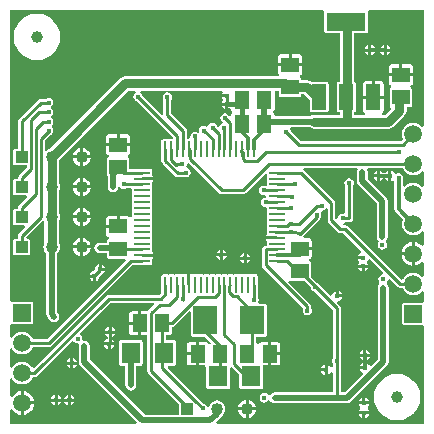
<source format=gbl>
G04 Layer_Physical_Order=2*
G04 Layer_Color=16711680*
%FSLAX24Y24*%
%MOIN*%
G70*
G01*
G75*
%ADD11R,0.0512X0.0591*%
%ADD12R,0.0591X0.0512*%
%ADD19R,0.0591X0.0591*%
%ADD20C,0.0098*%
%ADD21C,0.0197*%
%ADD22C,0.0118*%
%ADD23C,0.0591*%
%ADD24R,0.0400X0.0400*%
%ADD25C,0.0400*%
%ADD26R,0.0400X0.0400*%
%ADD27C,0.0394*%
%ADD28C,0.0150*%
%ADD29R,0.1299X0.0630*%
%ADD30R,0.0472X0.0866*%
%ADD31R,0.0787X0.0945*%
%ADD32R,0.0630X0.0709*%
%ADD33R,0.0531X0.0114*%
%ADD34R,0.0114X0.0531*%
%ADD35C,0.0315*%
%ADD36C,0.0157*%
G36*
X5002Y4169D02*
X4799Y3966D01*
X4780Y3939D01*
X4774Y3941D01*
X4568D01*
Y3543D01*
Y3146D01*
X4760D01*
Y1959D01*
X4770Y1909D01*
X4799Y1866D01*
X5806Y859D01*
Y501D01*
X4676D01*
X2838Y2339D01*
Y2781D01*
X2824Y2850D01*
X2785Y2908D01*
X2727Y2947D01*
X2657Y2961D01*
X2640Y2958D01*
X2589Y3009D01*
X2593Y3027D01*
X2581Y3087D01*
X2547Y3137D01*
X2531Y3148D01*
X2522Y3223D01*
X3524Y4225D01*
X4979D01*
X5002Y4169D01*
D02*
G37*
G36*
X13976Y10120D02*
X13916Y10100D01*
X13899Y10123D01*
X13821Y10183D01*
X13730Y10221D01*
X13632Y10234D01*
X13534Y10221D01*
X13443Y10183D01*
X13365Y10123D01*
X13305Y10045D01*
X13268Y9954D01*
X13255Y9856D01*
X13268Y9759D01*
X13292Y9700D01*
X13220Y9628D01*
X9872D01*
X9549Y9951D01*
X9544Y9976D01*
X9515Y10020D01*
X9523Y10051D01*
X9539Y10080D01*
X10180D01*
X10242Y10038D01*
X10335Y10020D01*
X12795D01*
X12887Y10038D01*
X12966Y10091D01*
X13335Y10460D01*
X13387Y10538D01*
X13405Y10630D01*
Y10737D01*
X13509D01*
X13540Y10743D01*
X13566Y10760D01*
X13583Y10786D01*
X13589Y10817D01*
Y11329D01*
X13583Y11359D01*
X13566Y11386D01*
X13540Y11403D01*
X13527Y11405D01*
X13527Y11467D01*
X13548Y11471D01*
X13581Y11493D01*
X13603Y11526D01*
X13611Y11565D01*
Y11771D01*
X13214D01*
Y11821D01*
D01*
Y11771D01*
X12816D01*
Y11565D01*
X12824Y11526D01*
X12846Y11493D01*
X12879Y11471D01*
X12900Y11467D01*
X12900Y11405D01*
X12888Y11403D01*
X12862Y11386D01*
X12844Y11359D01*
X12838Y11329D01*
Y10817D01*
X12844Y10786D01*
X12862Y10760D01*
X12866Y10757D01*
X12880Y10696D01*
X12877Y10684D01*
X12696Y10502D01*
X12593D01*
X12586Y10521D01*
X12583Y10562D01*
X12607Y10578D01*
X12629Y10611D01*
X12636Y10650D01*
Y11033D01*
X12298D01*
X11960D01*
Y10650D01*
X11968Y10611D01*
X11990Y10578D01*
X12014Y10562D01*
X12011Y10521D01*
X12004Y10502D01*
X11658D01*
Y10575D01*
X11660Y10575D01*
X11686Y10593D01*
X11703Y10619D01*
X11709Y10650D01*
Y11516D01*
X11703Y11547D01*
X11686Y11573D01*
X11660Y11590D01*
X11658Y11590D01*
Y13207D01*
X12042D01*
X12073Y13213D01*
X12099Y13231D01*
X12116Y13257D01*
X12123Y13287D01*
Y13917D01*
X12162Y13973D01*
X12167Y13976D01*
X13976D01*
Y10120D01*
D02*
G37*
G36*
X2315Y2931D02*
X2325Y2916D01*
X2376Y2882D01*
X2436Y2870D01*
X2438Y2870D01*
X2484Y2818D01*
X2477Y2781D01*
Y2264D01*
X2491Y2195D01*
X2530Y2136D01*
X4414Y252D01*
X4391Y197D01*
X197D01*
Y653D01*
X257Y671D01*
X309Y604D01*
X391Y541D01*
X487Y501D01*
X541Y494D01*
Y886D01*
Y1278D01*
X487Y1271D01*
X391Y1231D01*
X309Y1168D01*
X257Y1100D01*
X197Y1119D01*
Y1702D01*
X257Y1714D01*
X264Y1697D01*
X324Y1619D01*
X402Y1559D01*
X493Y1521D01*
X591Y1509D01*
X688Y1521D01*
X779Y1559D01*
X857Y1619D01*
X917Y1697D01*
X941Y1755D01*
X1000D01*
X1050Y1765D01*
X1092Y1794D01*
X2240Y2941D01*
X2315Y2931D01*
D02*
G37*
G36*
X10770Y7354D02*
Y6974D01*
X10780Y6924D01*
X10808Y6881D01*
X11101Y6589D01*
X11143Y6560D01*
X11193Y6550D01*
X11302D01*
X11896Y5956D01*
X11878Y5890D01*
X11832Y5859D01*
X11794Y5802D01*
X11790Y5783D01*
X11959D01*
Y5683D01*
X11790D01*
X11794Y5665D01*
X11832Y5607D01*
Y5564D01*
X11794Y5506D01*
X11790Y5488D01*
X12127D01*
X12124Y5506D01*
X12085Y5564D01*
Y5607D01*
X12115Y5652D01*
X12181Y5671D01*
X12618Y5234D01*
X12596Y5171D01*
X12563Y5165D01*
X12512Y5131D01*
X12478Y5080D01*
X12466Y5020D01*
X12478Y4960D01*
X12500Y4927D01*
X12496Y4853D01*
X12495Y4852D01*
X12456Y4794D01*
X12442Y4724D01*
Y2411D01*
Y2339D01*
X12231Y2127D01*
X12165Y2146D01*
X12134Y2193D01*
X12076Y2232D01*
X12058Y2235D01*
Y2067D01*
X12008D01*
Y2017D01*
X11839D01*
X11843Y1999D01*
X11882Y1941D01*
X11928Y1910D01*
X11948Y1844D01*
X11343Y1239D01*
X11203D01*
Y2207D01*
X11218Y2228D01*
X11230Y2288D01*
X11218Y2348D01*
X11203Y2370D01*
Y4055D01*
X11193Y4105D01*
X11165Y4147D01*
X11094Y4218D01*
X11095Y4224D01*
X11118Y4279D01*
X11166Y4289D01*
X11224Y4328D01*
X11262Y4385D01*
X11266Y4404D01*
X11097D01*
Y4454D01*
X11047D01*
Y4622D01*
X11029Y4619D01*
X10971Y4580D01*
X10933Y4522D01*
X10923Y4474D01*
X10868Y4451D01*
X10862Y4451D01*
X10504Y4808D01*
X10504Y4809D01*
X10470Y4860D01*
X10419Y4894D01*
X10418Y4894D01*
X10218Y5094D01*
Y5541D01*
X10212Y5572D01*
X10195Y5598D01*
X10169Y5616D01*
X10156Y5618D01*
X10156Y5679D01*
X10177Y5683D01*
X10210Y5705D01*
X10232Y5739D01*
X10240Y5778D01*
Y5983D01*
X9843D01*
Y6083D01*
X10240D01*
Y6289D01*
X10232Y6328D01*
X10210Y6361D01*
X10177Y6384D01*
X10138Y6391D01*
X9983D01*
X9975Y6403D01*
X9961Y6451D01*
X10501Y6991D01*
X10529Y7034D01*
X10538Y7077D01*
X10553Y7100D01*
X10565Y7160D01*
X10553Y7220D01*
X10536Y7247D01*
X10572Y7301D01*
X10581Y7299D01*
X10641Y7311D01*
X10692Y7345D01*
X10710Y7373D01*
X10770Y7354D01*
D02*
G37*
G36*
X10623Y13973D02*
X10663Y13917D01*
Y13287D01*
X10669Y13257D01*
X10686Y13231D01*
X10712Y13213D01*
X10743Y13207D01*
X11176D01*
Y11596D01*
X11157D01*
X11126Y11590D01*
X11100Y11573D01*
X11082Y11547D01*
X11076Y11516D01*
Y10650D01*
X11082Y10619D01*
X11100Y10593D01*
X11126Y10575D01*
X11157Y10569D01*
X11176D01*
Y10502D01*
X10335D01*
X10242Y10483D01*
X10180Y10441D01*
X9003D01*
Y10482D01*
X8996Y10513D01*
X8979Y10539D01*
X8967Y10547D01*
X8962Y10566D01*
Y10596D01*
X8967Y10614D01*
X8979Y10622D01*
X8996Y10648D01*
X9003Y10679D01*
Y11270D01*
X9027Y11300D01*
X9147D01*
Y11157D01*
X9153Y11126D01*
X9171Y11100D01*
X9197Y11082D01*
X9227Y11076D01*
X9818D01*
X9849Y11082D01*
X9875Y11100D01*
X9892Y11126D01*
X9898Y11157D01*
Y11172D01*
X9989D01*
X10171Y10990D01*
Y10650D01*
X10177Y10619D01*
X10194Y10593D01*
X10220Y10575D01*
X10251Y10569D01*
X10723D01*
X10754Y10575D01*
X10780Y10593D01*
X10798Y10619D01*
X10804Y10650D01*
Y11516D01*
X10798Y11547D01*
X10780Y11573D01*
X10754Y11590D01*
X10723Y11596D01*
X10251D01*
X10242Y11594D01*
X10181Y11635D01*
X10089Y11653D01*
X9898D01*
Y11668D01*
X9892Y11699D01*
X9875Y11725D01*
X9849Y11742D01*
X9836Y11745D01*
X9836Y11806D01*
X9857Y11810D01*
X9890Y11832D01*
X9912Y11866D01*
X9920Y11905D01*
Y12110D01*
X9523D01*
X9125D01*
Y11905D01*
X9133Y11866D01*
X9149Y11841D01*
X9139Y11807D01*
X9124Y11781D01*
X4029D01*
X3936Y11763D01*
X3858Y11711D01*
X1506Y9359D01*
X1502Y9358D01*
X1434Y9330D01*
X1396Y9301D01*
X1336Y9327D01*
Y9641D01*
X1511Y9816D01*
X1536Y9821D01*
X1587Y9855D01*
X1621Y9906D01*
X1633Y9966D01*
X1621Y10026D01*
X1587Y10076D01*
X1586Y10077D01*
Y10149D01*
X1587Y10150D01*
X1621Y10201D01*
X1633Y10261D01*
X1621Y10321D01*
X1587Y10372D01*
X1567Y10385D01*
Y10456D01*
X1587Y10470D01*
X1621Y10521D01*
X1633Y10581D01*
X1621Y10641D01*
X1587Y10692D01*
X1567Y10705D01*
Y10776D01*
X1587Y10790D01*
X1621Y10841D01*
X1633Y10901D01*
X1621Y10961D01*
X1587Y11011D01*
X1536Y11045D01*
X1476Y11057D01*
X1416Y11045D01*
X1395Y11031D01*
X1206D01*
X1156Y11021D01*
X1113Y10993D01*
X483Y10362D01*
X454Y10320D01*
X444Y10270D01*
Y9367D01*
X375D01*
X344Y9361D01*
X318Y9343D01*
X301Y9317D01*
X295Y9287D01*
Y8887D01*
X301Y8856D01*
X318Y8830D01*
X344Y8812D01*
X375Y8806D01*
X758D01*
Y8743D01*
X483Y8467D01*
X454Y8425D01*
X444Y8375D01*
Y8367D01*
X375D01*
X344Y8361D01*
X318Y8343D01*
X301Y8317D01*
X295Y8287D01*
Y7887D01*
X301Y7856D01*
X318Y7830D01*
X344Y7812D01*
X375Y7806D01*
X721D01*
X746Y7746D01*
X483Y7483D01*
X454Y7441D01*
X444Y7391D01*
Y7367D01*
X375D01*
X344Y7361D01*
X318Y7343D01*
X301Y7317D01*
X295Y7287D01*
Y6887D01*
X301Y6856D01*
X318Y6830D01*
X344Y6812D01*
X375Y6806D01*
X663D01*
X685Y6751D01*
X483Y6548D01*
X454Y6506D01*
X444Y6456D01*
Y6367D01*
X375D01*
X344Y6361D01*
X318Y6343D01*
X301Y6317D01*
X295Y6287D01*
Y5887D01*
X301Y5856D01*
X318Y5830D01*
X344Y5812D01*
X375Y5806D01*
X775D01*
X806Y5812D01*
X832Y5830D01*
X849Y5856D01*
X855Y5887D01*
Y6287D01*
X849Y6317D01*
X832Y6343D01*
X806Y6361D01*
X775Y6367D01*
X755D01*
X730Y6427D01*
X1261Y6958D01*
X1331Y6946D01*
X1333Y6944D01*
X1334Y6943D01*
Y6231D01*
X1331Y6227D01*
X1303Y6159D01*
X1294Y6087D01*
X1303Y6014D01*
X1331Y5946D01*
X1376Y5888D01*
X1394Y5874D01*
Y4011D01*
Y3839D01*
X1408Y3769D01*
X1447Y3711D01*
X1521Y3637D01*
X1579Y3598D01*
X1649Y3584D01*
X1718Y3598D01*
X1776Y3637D01*
X1816Y3696D01*
X1829Y3765D01*
X1816Y3834D01*
X1776Y3892D01*
X1755Y3913D01*
Y4011D01*
Y5874D01*
X1774Y5888D01*
X1818Y5946D01*
X1846Y6014D01*
X1856Y6087D01*
X1846Y6159D01*
X1818Y6227D01*
X1816Y6231D01*
Y6943D01*
X1818Y6946D01*
X1846Y7014D01*
X1856Y7087D01*
X1846Y7159D01*
X1818Y7227D01*
X1816Y7231D01*
Y7943D01*
X1818Y7946D01*
X1846Y8014D01*
X1856Y8087D01*
X1846Y8159D01*
X1818Y8227D01*
X1816Y8231D01*
Y8943D01*
X1818Y8946D01*
X1846Y9014D01*
X1847Y9018D01*
X4128Y11300D01*
X4354D01*
X4390Y11244D01*
X4390Y11240D01*
X4343Y11208D01*
X4309Y11157D01*
X4297Y11097D01*
X4309Y11037D01*
X4343Y10987D01*
X4394Y10953D01*
X4419Y10948D01*
X5622Y9745D01*
X5610Y9687D01*
X5504D01*
X5473Y9680D01*
X5463Y9673D01*
X5452Y9680D01*
X5421Y9687D01*
X5307D01*
X5276Y9680D01*
X5250Y9663D01*
X5233Y9637D01*
X5227Y9606D01*
Y9075D01*
X5233Y9044D01*
X5234Y9043D01*
Y8957D01*
X5244Y8907D01*
X5272Y8864D01*
X5678Y8458D01*
X5720Y8430D01*
X5770Y8420D01*
X5820Y8430D01*
X5824Y8433D01*
X5972D01*
X5993Y8418D01*
X6053Y8406D01*
X6113Y8418D01*
X6164Y8452D01*
X6198Y8503D01*
X6210Y8563D01*
X6198Y8623D01*
X6164Y8674D01*
X6113Y8708D01*
X6089Y8713D01*
X6061Y8778D01*
X6075Y8798D01*
X6086Y8856D01*
X6096Y8863D01*
X6143Y8884D01*
X7147Y7880D01*
X7189Y7852D01*
X7239Y7842D01*
X7948D01*
X7998Y7852D01*
X8040Y7880D01*
X8693Y8533D01*
X8727Y8519D01*
X8749Y8504D01*
X8755Y8475D01*
X8762Y8465D01*
X8755Y8454D01*
X8748Y8423D01*
Y8309D01*
X8755Y8278D01*
X8762Y8268D01*
X8755Y8257D01*
X8748Y8226D01*
Y8155D01*
X8711Y8127D01*
X8688Y8119D01*
X8637Y8129D01*
X8577Y8117D01*
X8526Y8083D01*
X8492Y8032D01*
X8480Y7972D01*
X8492Y7912D01*
X8526Y7862D01*
X8577Y7828D01*
X8637Y7816D01*
X8658Y7820D01*
X8716Y7778D01*
X8717Y7741D01*
X8711Y7735D01*
X8651Y7724D01*
X8600Y7690D01*
X8566Y7639D01*
X8554Y7579D01*
X8566Y7519D01*
X8600Y7468D01*
X8651Y7434D01*
X8711Y7422D01*
X8748Y7391D01*
Y7325D01*
X8755Y7294D01*
X8762Y7283D01*
X8755Y7273D01*
X8748Y7242D01*
Y7128D01*
X8755Y7097D01*
X8762Y7087D01*
X8755Y7076D01*
X8748Y7045D01*
Y6931D01*
X8755Y6900D01*
X8762Y6890D01*
X8755Y6879D01*
X8748Y6848D01*
Y6734D01*
X8755Y6704D01*
X8762Y6693D01*
X8755Y6682D01*
X8748Y6652D01*
Y6537D01*
X8752Y6520D01*
X8735Y6494D01*
X8727Y6455D01*
Y6448D01*
X9094D01*
Y6348D01*
X8727D01*
Y6341D01*
X8735Y6302D01*
X8752Y6275D01*
X8748Y6258D01*
Y6144D01*
X8741Y6134D01*
X8720D01*
X8670Y6124D01*
X8627Y6096D01*
X8599Y6054D01*
X8589Y6004D01*
Y5478D01*
X8599Y5428D01*
X8627Y5386D01*
X9963Y4050D01*
Y4048D01*
X9949Y4026D01*
X9937Y3966D01*
X9949Y3907D01*
X9983Y3856D01*
X10033Y3822D01*
X10093Y3810D01*
X10153Y3822D01*
X10204Y3856D01*
X10238Y3907D01*
X10250Y3966D01*
X10238Y4026D01*
X10224Y4048D01*
Y4104D01*
X10214Y4154D01*
X10186Y4197D01*
X9464Y4918D01*
X9502Y4965D01*
X9517Y4955D01*
X9547Y4949D01*
X9994D01*
X10204Y4739D01*
X10214Y4689D01*
X10248Y4638D01*
X10299Y4604D01*
X10349Y4594D01*
X10942Y4001D01*
Y2370D01*
X10928Y2348D01*
X10916Y2288D01*
X10928Y2228D01*
X10942Y2207D01*
Y2096D01*
X10882Y2078D01*
X10855Y2119D01*
X10797Y2158D01*
X10778Y2162D01*
Y1993D01*
Y1825D01*
X10797Y1828D01*
X10855Y1867D01*
X10882Y1909D01*
X10942Y1890D01*
Y1239D01*
X9006D01*
X8937Y1225D01*
X8878Y1186D01*
X8856Y1152D01*
X8787Y1148D01*
X8786Y1148D01*
X8772Y1169D01*
X8721Y1203D01*
X8661Y1215D01*
X8601Y1203D01*
X8551Y1169D01*
X8517Y1118D01*
X8505Y1058D01*
X8517Y998D01*
X8551Y947D01*
X8601Y913D01*
X8661Y901D01*
X8721Y913D01*
X8772Y947D01*
X8786Y968D01*
X8787Y969D01*
X8856Y964D01*
X8878Y930D01*
X8937Y891D01*
X9006Y877D01*
X11417D01*
X11486Y891D01*
X11545Y930D01*
X12751Y2136D01*
X12790Y2195D01*
X12804Y2264D01*
Y2411D01*
Y4724D01*
X12790Y4794D01*
X12751Y4852D01*
X12750Y4853D01*
X12746Y4927D01*
X12768Y4960D01*
X12774Y4993D01*
X12837Y5015D01*
X13088Y4764D01*
X13130Y4736D01*
X13180Y4726D01*
X13281D01*
X13305Y4668D01*
X13365Y4590D01*
X13443Y4530D01*
X13534Y4492D01*
X13632Y4479D01*
X13730Y4492D01*
X13821Y4530D01*
X13899Y4590D01*
X13916Y4613D01*
X13976Y4592D01*
Y4280D01*
X13927Y4232D01*
X13337D01*
X13306Y4226D01*
X13280Y4208D01*
X13262Y4182D01*
X13256Y4152D01*
Y3561D01*
X13262Y3530D01*
X13280Y3504D01*
X13306Y3487D01*
X13337Y3481D01*
X13916D01*
X13936Y3472D01*
X13976Y3433D01*
Y197D01*
X7076D01*
X7053Y252D01*
X7204Y404D01*
X7238Y454D01*
X7285Y490D01*
X7330Y548D01*
X7358Y616D01*
X7368Y689D01*
X7358Y762D01*
X7330Y830D01*
X7285Y888D01*
X7227Y932D01*
X7159Y961D01*
X7087Y970D01*
X7014Y961D01*
X6946Y932D01*
X6888Y888D01*
X6843Y830D01*
X6815Y762D01*
X6814Y756D01*
X6754Y754D01*
X6750Y774D01*
X6716Y824D01*
X6665Y858D01*
X6639Y863D01*
X6512Y991D01*
X6488Y1026D01*
X6424Y1090D01*
X6389Y1114D01*
X5438Y2064D01*
X5463Y2124D01*
X5630D01*
X5661Y2131D01*
X5687Y2148D01*
X5704Y2174D01*
X5710Y2205D01*
Y2913D01*
X5704Y2944D01*
X5687Y2970D01*
X5661Y2988D01*
X5630Y2994D01*
X5396D01*
Y3168D01*
X5522D01*
X5552Y3174D01*
X5578Y3191D01*
X5596Y3217D01*
X5602Y3248D01*
Y3418D01*
X5624Y3423D01*
X5666Y3451D01*
X6164Y3948D01*
X6219Y3925D01*
Y3169D01*
X6225Y3139D01*
X6242Y3113D01*
X6269Y3095D01*
X6299Y3089D01*
X6692D01*
X6879Y2902D01*
X6877Y2886D01*
X6860Y2860D01*
X6857Y2848D01*
X6796Y2848D01*
X6792Y2869D01*
X6770Y2902D01*
X6737Y2924D01*
X6698Y2932D01*
X6492D01*
Y2534D01*
Y2137D01*
X6672D01*
X6701Y2132D01*
X6731Y2083D01*
Y1417D01*
X6737Y1387D01*
X6754Y1361D01*
X6780Y1343D01*
X6811Y1337D01*
X7441D01*
X7472Y1343D01*
X7498Y1361D01*
X7515Y1387D01*
X7521Y1417D01*
Y2052D01*
X7581Y2077D01*
X7833Y1825D01*
Y1417D01*
X7839Y1387D01*
X7857Y1361D01*
X7883Y1343D01*
X7913Y1337D01*
X8543D01*
X8574Y1343D01*
X8600Y1361D01*
X8617Y1387D01*
X8624Y1417D01*
Y2126D01*
X8633Y2137D01*
X8789D01*
Y2534D01*
Y2932D01*
X8583D01*
X8544Y2924D01*
X8511Y2902D01*
X8488Y2869D01*
X8484Y2848D01*
X8423Y2848D01*
X8421Y2860D01*
X8403Y2886D01*
X8398Y2890D01*
Y3089D01*
X8661D01*
X8692Y3095D01*
X8718Y3113D01*
X8736Y3139D01*
X8742Y3169D01*
Y4114D01*
X8736Y4145D01*
X8718Y4171D01*
X8692Y4188D01*
X8661Y4194D01*
X8481D01*
X8449Y4254D01*
X8457Y4266D01*
X8469Y4326D01*
X8457Y4386D01*
X8442Y4407D01*
Y4528D01*
X8448Y4536D01*
X8454Y4567D01*
Y5098D01*
X8448Y5129D01*
X8431Y5155D01*
X8405Y5173D01*
X8374Y5179D01*
X8260D01*
X8229Y5173D01*
X8219Y5166D01*
X8208Y5173D01*
X8177Y5179D01*
X8063D01*
X8032Y5173D01*
X8022Y5166D01*
X8011Y5173D01*
X7980Y5179D01*
X7866D01*
X7835Y5173D01*
X7825Y5166D01*
X7814Y5173D01*
X7783Y5179D01*
X7669D01*
X7639Y5173D01*
X7628Y5166D01*
X7617Y5173D01*
X7587Y5179D01*
X7472D01*
X7442Y5173D01*
X7431Y5166D01*
X7420Y5173D01*
X7390Y5179D01*
X7276D01*
X7245Y5173D01*
X7234Y5166D01*
X7224Y5173D01*
X7193Y5179D01*
X7079D01*
X7048Y5173D01*
X7037Y5166D01*
X7027Y5173D01*
X6996Y5179D01*
X6882D01*
X6851Y5173D01*
X6841Y5166D01*
X6830Y5173D01*
X6799Y5179D01*
X6685D01*
X6654Y5173D01*
X6644Y5166D01*
X6633Y5173D01*
X6602Y5179D01*
X6488D01*
X6457Y5173D01*
X6447Y5166D01*
X6436Y5173D01*
X6406Y5179D01*
X6291D01*
X6274Y5175D01*
X6248Y5193D01*
X6209Y5200D01*
X6202D01*
Y4833D01*
X6102D01*
Y5200D01*
X6094D01*
X6055Y5193D01*
X6029Y5175D01*
X6012Y5179D01*
X5898D01*
X5867Y5173D01*
X5856Y5166D01*
X5846Y5173D01*
X5815Y5179D01*
X5701D01*
X5670Y5173D01*
X5659Y5166D01*
X5649Y5173D01*
X5618Y5179D01*
X5504D01*
X5473Y5173D01*
X5463Y5166D01*
X5452Y5173D01*
X5421Y5179D01*
X5307D01*
X5276Y5173D01*
X5250Y5155D01*
X5233Y5129D01*
X5227Y5098D01*
Y4567D01*
X5230Y4553D01*
X5163Y4486D01*
X3469D01*
X3420Y4476D01*
X3377Y4448D01*
X989Y2059D01*
X918Y2073D01*
X917Y2074D01*
X857Y2153D01*
X779Y2213D01*
X688Y2250D01*
X591Y2263D01*
X493Y2250D01*
X402Y2213D01*
X324Y2153D01*
X264Y2074D01*
X257Y2058D01*
X197Y2069D01*
Y2702D01*
X257Y2714D01*
X264Y2697D01*
X324Y2619D01*
X402Y2559D01*
X493Y2521D01*
X591Y2509D01*
X688Y2521D01*
X779Y2559D01*
X857Y2619D01*
X917Y2697D01*
X941Y2755D01*
X1483D01*
X1533Y2765D01*
X1576Y2794D01*
X4262Y5480D01*
X4289D01*
X4290Y5479D01*
X4321Y5473D01*
X4852D01*
X4883Y5479D01*
X4909Y5496D01*
X4927Y5522D01*
X4933Y5553D01*
Y5667D01*
X4929Y5685D01*
X4947Y5711D01*
X4954Y5750D01*
Y5757D01*
X4587D01*
Y5857D01*
X4954D01*
Y5864D01*
X4947Y5903D01*
X4929Y5929D01*
X4933Y5947D01*
Y6061D01*
X4927Y6092D01*
X4919Y6102D01*
X4927Y6113D01*
X4933Y6144D01*
Y6258D01*
X4927Y6289D01*
X4919Y6299D01*
X4927Y6310D01*
X4933Y6341D01*
Y6455D01*
X4927Y6485D01*
X4919Y6496D01*
X4927Y6507D01*
X4933Y6537D01*
Y6652D01*
X4927Y6682D01*
X4919Y6693D01*
X4927Y6704D01*
X4933Y6734D01*
Y6848D01*
X4927Y6879D01*
X4919Y6890D01*
X4927Y6900D01*
X4933Y6931D01*
Y7045D01*
X4927Y7076D01*
X4919Y7087D01*
X4927Y7097D01*
X4933Y7128D01*
Y7242D01*
X4927Y7273D01*
X4919Y7283D01*
X4927Y7294D01*
X4933Y7325D01*
Y7439D01*
X4927Y7470D01*
X4919Y7480D01*
X4927Y7491D01*
X4933Y7522D01*
Y7636D01*
X4927Y7667D01*
X4919Y7677D01*
X4927Y7688D01*
X4933Y7718D01*
Y7833D01*
X4927Y7863D01*
X4919Y7874D01*
X4927Y7885D01*
X4933Y7915D01*
Y8030D01*
X4927Y8060D01*
X4919Y8071D01*
X4927Y8081D01*
X4933Y8112D01*
Y8226D01*
X4929Y8244D01*
X4947Y8270D01*
X4954Y8309D01*
Y8316D01*
X4587D01*
Y8416D01*
X4954D01*
Y8423D01*
X4947Y8462D01*
X4929Y8488D01*
X4933Y8506D01*
Y8620D01*
X4927Y8651D01*
X4909Y8677D01*
X4883Y8694D01*
X4852Y8700D01*
X4321D01*
X4290Y8694D01*
X4289Y8693D01*
X4165D01*
Y9006D01*
X4159Y9037D01*
X4141Y9063D01*
X4115Y9080D01*
X4103Y9083D01*
X4103Y9144D01*
X4124Y9148D01*
X4157Y9170D01*
X4179Y9203D01*
X4187Y9242D01*
Y9448D01*
X3392D01*
Y9242D01*
X3400Y9203D01*
X3422Y9170D01*
X3455Y9148D01*
X3476Y9144D01*
X3476Y9083D01*
X3463Y9080D01*
X3437Y9063D01*
X3420Y9037D01*
X3414Y9006D01*
Y8494D01*
X3420Y8463D01*
X3436Y8439D01*
Y8095D01*
X3450Y8026D01*
X3489Y7968D01*
X3548Y7929D01*
X3617Y7915D01*
X3686Y7929D01*
X3745Y7968D01*
X3784Y8026D01*
X3793Y8073D01*
X3856Y8088D01*
X3875Y8058D01*
X3926Y8024D01*
X3986Y8013D01*
X4046Y8024D01*
X4068Y8039D01*
X4233D01*
X4241Y8030D01*
Y7915D01*
X4247Y7885D01*
X4254Y7874D01*
X4247Y7863D01*
X4241Y7833D01*
Y7718D01*
X4247Y7688D01*
X4254Y7677D01*
X4247Y7667D01*
X4241Y7636D01*
Y7522D01*
X4247Y7491D01*
X4254Y7480D01*
X4247Y7470D01*
X4241Y7439D01*
Y7325D01*
X4247Y7294D01*
X4254Y7283D01*
X4247Y7273D01*
X4241Y7242D01*
Y7128D01*
X4245Y7105D01*
X4234Y7084D01*
X4226Y7081D01*
X4170Y7083D01*
X4166Y7085D01*
X4157Y7100D01*
X4124Y7122D01*
X4085Y7130D01*
X3839D01*
Y6772D01*
X3789D01*
Y6722D01*
X3392D01*
Y6516D01*
X3400Y6477D01*
X3422Y6444D01*
X3455Y6422D01*
X3476Y6417D01*
X3476Y6356D01*
X3463Y6354D01*
X3437Y6336D01*
X3420Y6310D01*
X3414Y6280D01*
Y6234D01*
X3174D01*
X3105Y6220D01*
X3046Y6181D01*
X3007Y6122D01*
X2994Y6053D01*
X3007Y5984D01*
X3046Y5925D01*
X3105Y5886D01*
X3174Y5873D01*
X3414D01*
Y5768D01*
X3420Y5737D01*
X3437Y5711D01*
X3463Y5694D01*
X3494Y5687D01*
X4016D01*
X4040Y5627D01*
X1429Y3016D01*
X941D01*
X917Y3074D01*
X857Y3153D01*
X779Y3213D01*
X688Y3250D01*
X591Y3263D01*
X493Y3250D01*
X402Y3213D01*
X324Y3153D01*
X264Y3074D01*
X257Y3058D01*
X197Y3069D01*
Y3495D01*
X200Y3498D01*
X257Y3522D01*
X265Y3516D01*
X295Y3510D01*
X886D01*
X917Y3516D01*
X943Y3534D01*
X960Y3560D01*
X966Y3591D01*
Y4181D01*
X960Y4212D01*
X943Y4238D01*
X917Y4255D01*
X886Y4261D01*
X295D01*
X265Y4255D01*
X257Y4250D01*
X200Y4274D01*
X197Y4277D01*
X197Y13976D01*
X10618D01*
X10623Y13973D01*
D02*
G37*
G36*
X13305Y8668D02*
X13365Y8590D01*
X13443Y8530D01*
X13534Y8492D01*
X13632Y8479D01*
X13730Y8492D01*
X13821Y8530D01*
X13899Y8590D01*
X13916Y8613D01*
X13976Y8592D01*
Y8120D01*
X13916Y8100D01*
X13899Y8123D01*
X13821Y8183D01*
X13730Y8221D01*
X13632Y8234D01*
X13534Y8221D01*
X13443Y8183D01*
X13365Y8123D01*
X13340Y8091D01*
X13280Y8111D01*
Y8324D01*
X13285Y8331D01*
X13297Y8391D01*
X13285Y8451D01*
X13251Y8502D01*
X13200Y8536D01*
X13140Y8547D01*
X13080Y8536D01*
X13071Y8530D01*
X13057Y8530D01*
X12996Y8552D01*
X12971Y8591D01*
X12913Y8629D01*
X12894Y8633D01*
Y8465D01*
Y8296D01*
X12913Y8300D01*
X12938Y8316D01*
X12940Y8317D01*
X12999Y8285D01*
Y7348D01*
X13010Y7295D01*
X13040Y7249D01*
X13287Y7002D01*
X13268Y6954D01*
X13255Y6856D01*
X13268Y6759D01*
X13305Y6668D01*
X13365Y6590D01*
X13443Y6530D01*
X13534Y6492D01*
X13632Y6479D01*
X13730Y6492D01*
X13821Y6530D01*
X13899Y6590D01*
X13916Y6613D01*
X13976Y6592D01*
Y6150D01*
X13920Y6131D01*
X13914Y6138D01*
X13831Y6202D01*
X13735Y6241D01*
X13682Y6248D01*
Y5856D01*
Y5464D01*
X13735Y5471D01*
X13831Y5511D01*
X13914Y5574D01*
X13920Y5582D01*
X13976Y5563D01*
Y5120D01*
X13916Y5100D01*
X13899Y5123D01*
X13821Y5183D01*
X13730Y5221D01*
X13632Y5234D01*
X13534Y5221D01*
X13443Y5183D01*
X13365Y5123D01*
X13305Y5045D01*
X13288Y5003D01*
X13226Y4995D01*
X11448Y6773D01*
X11405Y6801D01*
X11356Y6811D01*
X11291D01*
X11285Y6822D01*
X11314Y6890D01*
X11330Y6893D01*
X11351Y6907D01*
X11491D01*
X11541Y6917D01*
X11583Y6945D01*
X11612Y6987D01*
X11622Y7037D01*
Y8137D01*
X11636Y8159D01*
X11648Y8219D01*
X11636Y8278D01*
X11602Y8329D01*
X11551Y8363D01*
X11491Y8375D01*
X11431Y8363D01*
X11380Y8329D01*
X11346Y8278D01*
X11334Y8219D01*
X11346Y8159D01*
X11361Y8137D01*
Y7233D01*
X11356Y7225D01*
X11301Y7188D01*
X11270Y7194D01*
X11210Y7182D01*
X11159Y7148D01*
X11125Y7097D01*
X11118Y7063D01*
X11060Y7034D01*
X11056Y7034D01*
X11031Y7052D01*
Y7554D01*
X11021Y7604D01*
X10993Y7646D01*
X10760Y7879D01*
X10760Y7879D01*
X9984Y8655D01*
X9968Y8666D01*
X9986Y8726D01*
X11741D01*
X11773Y8666D01*
X11767Y8657D01*
X11753Y8588D01*
Y8292D01*
X11767Y8223D01*
X11806Y8165D01*
X12418Y7553D01*
Y6422D01*
X12432Y6353D01*
X12471Y6295D01*
X12464Y6227D01*
X12454Y6212D01*
X12442Y6152D01*
X12454Y6092D01*
X12488Y6041D01*
X12538Y6007D01*
X12598Y5995D01*
X12658Y6007D01*
X12709Y6041D01*
X12743Y6092D01*
X12755Y6152D01*
X12743Y6212D01*
X12733Y6227D01*
X12726Y6295D01*
X12765Y6353D01*
X12779Y6422D01*
Y7628D01*
X12765Y7697D01*
X12726Y7756D01*
X12115Y8367D01*
Y8588D01*
X12101Y8657D01*
X12095Y8666D01*
X12127Y8726D01*
X13281D01*
X13305Y8668D01*
D02*
G37*
G36*
X7265Y11274D02*
X7275Y11240D01*
X7242Y11190D01*
X7238Y11172D01*
X7406D01*
Y11072D01*
X7238D01*
X7242Y11054D01*
X7280Y10996D01*
Y10978D01*
X7242Y10920D01*
X7238Y10901D01*
X7406D01*
Y10851D01*
X7456D01*
Y10683D01*
X7475Y10687D01*
X7500Y10704D01*
X7543Y10686D01*
X7562Y10672D01*
X7568Y10640D01*
X7590Y10607D01*
Y10554D01*
X7568Y10521D01*
X7560Y10482D01*
Y10462D01*
X7505Y10445D01*
X7500Y10446D01*
X7468Y10495D01*
X7417Y10529D01*
X7357Y10541D01*
X7297Y10529D01*
X7246Y10495D01*
X7212Y10444D01*
X7201Y10384D01*
X7212Y10324D01*
X7246Y10273D01*
X7279Y10251D01*
X7268Y10188D01*
X7248Y10184D01*
X7197Y10150D01*
X7167Y10105D01*
X7155Y10098D01*
X7100Y10088D01*
X7089Y10099D01*
X7084Y10124D01*
X7050Y10175D01*
X6999Y10209D01*
X6939Y10221D01*
X6879Y10209D01*
X6828Y10175D01*
X6794Y10124D01*
X6793Y10119D01*
X6727Y10095D01*
X6704Y10110D01*
X6644Y10122D01*
X6584Y10110D01*
X6533Y10076D01*
X6499Y10026D01*
X6487Y9966D01*
X6495Y9926D01*
X6442Y9891D01*
X6408Y9914D01*
X6348Y9925D01*
X6288Y9914D01*
X6238Y9880D01*
X6204Y9829D01*
X6192Y9769D01*
X6196Y9747D01*
X6152Y9687D01*
X6151Y9687D01*
X6094D01*
X6085Y9694D01*
Y9966D01*
X6075Y10015D01*
X6047Y10058D01*
X5559Y10546D01*
Y11001D01*
X5573Y11023D01*
X5585Y11083D01*
X5573Y11143D01*
X5539Y11193D01*
X5488Y11227D01*
X5428Y11239D01*
X5368Y11227D01*
X5317Y11193D01*
X5283Y11143D01*
X5271Y11083D01*
X5283Y11023D01*
X5298Y11001D01*
Y10523D01*
X5238Y10498D01*
X4604Y11132D01*
X4599Y11157D01*
X4565Y11208D01*
X4518Y11240D01*
X4517Y11244D01*
X4553Y11300D01*
X7249D01*
X7265Y11274D01*
D02*
G37*
%LPC*%
G36*
X4468Y3941D02*
X4262D01*
X4223Y3933D01*
X4190Y3911D01*
X4168Y3878D01*
X4160Y3839D01*
Y3593D01*
X4468D01*
Y3941D01*
D02*
G37*
G36*
X3569Y3417D02*
Y3298D01*
X3687D01*
X3684Y3316D01*
X3645Y3374D01*
X3587Y3413D01*
X3569Y3417D01*
D02*
G37*
G36*
X3469D02*
X3450Y3413D01*
X3393Y3374D01*
X3354Y3316D01*
X3350Y3298D01*
X3469D01*
Y3417D01*
D02*
G37*
G36*
X3444Y2804D02*
X3326D01*
X3329Y2786D01*
X3368Y2728D01*
X3426Y2689D01*
X3444Y2686D01*
Y2804D01*
D02*
G37*
G36*
X4468Y3493D02*
X4160D01*
Y3248D01*
X4168Y3209D01*
X4190Y3176D01*
X4223Y3154D01*
X4262Y3146D01*
X4468D01*
Y3493D01*
D02*
G37*
G36*
X3687Y3198D02*
X3350D01*
X3354Y3180D01*
X3393Y3122D01*
X3448Y3085D01*
X3450Y3074D01*
X3445Y3023D01*
X3426Y3019D01*
X3368Y2980D01*
X3329Y2923D01*
X3326Y2904D01*
X3663D01*
X3659Y2923D01*
X3620Y2980D01*
X3565Y3018D01*
X3563Y3028D01*
X3568Y3079D01*
X3587Y3083D01*
X3645Y3122D01*
X3684Y3180D01*
X3687Y3198D01*
D02*
G37*
G36*
X3663Y2804D02*
X3544D01*
Y2686D01*
X3562Y2689D01*
X3620Y2728D01*
X3659Y2786D01*
X3663Y2804D01*
D02*
G37*
G36*
X4528Y2994D02*
X3898D01*
X3867Y2988D01*
X3841Y2970D01*
X3823Y2944D01*
X3817Y2913D01*
Y2205D01*
X3823Y2174D01*
X3841Y2148D01*
X3867Y2131D01*
X3898Y2124D01*
X4032D01*
Y1501D01*
X4027Y1476D01*
X4041Y1407D01*
X4080Y1349D01*
X4139Y1309D01*
X4208Y1296D01*
X4277Y1309D01*
X4335Y1349D01*
X4340Y1354D01*
X4379Y1412D01*
X4393Y1481D01*
Y2124D01*
X4528D01*
X4558Y2131D01*
X4584Y2148D01*
X4602Y2174D01*
X4608Y2205D01*
Y2913D01*
X4602Y2944D01*
X4584Y2970D01*
X4558Y2988D01*
X4528Y2994D01*
D02*
G37*
G36*
X13164Y12179D02*
X12918D01*
X12879Y12171D01*
X12846Y12149D01*
X12824Y12116D01*
X12816Y12077D01*
Y11871D01*
X13164D01*
Y12179D01*
D02*
G37*
G36*
X12534Y11618D02*
X12348D01*
Y11133D01*
X12636D01*
Y11516D01*
X12629Y11555D01*
X12607Y11588D01*
X12573Y11610D01*
X12534Y11618D01*
D02*
G37*
G36*
X12248D02*
X12062D01*
X12023Y11610D01*
X11990Y11588D01*
X11968Y11555D01*
X11960Y11516D01*
Y11133D01*
X12248D01*
Y11618D01*
D02*
G37*
G36*
X12230Y12816D02*
Y12698D01*
X12349D01*
X12345Y12716D01*
X12306Y12774D01*
X12248Y12812D01*
X12230Y12816D01*
D02*
G37*
G36*
X12130D02*
X12112Y12812D01*
X12054Y12774D01*
X12015Y12716D01*
X12012Y12698D01*
X12130D01*
Y12816D01*
D02*
G37*
G36*
X12865Y12598D02*
X12747D01*
Y12479D01*
X12765Y12483D01*
X12823Y12521D01*
X12862Y12579D01*
X12865Y12598D01*
D02*
G37*
G36*
X12747Y12816D02*
Y12698D01*
X12865D01*
X12862Y12716D01*
X12823Y12774D01*
X12765Y12812D01*
X12747Y12816D01*
D02*
G37*
G36*
X12647D02*
X12629Y12812D01*
X12571Y12774D01*
X12532Y12716D01*
X12528Y12698D01*
X12647D01*
Y12816D01*
D02*
G37*
G36*
X13509Y12179D02*
X13264D01*
Y11871D01*
X13611D01*
Y12077D01*
X13603Y12116D01*
X13581Y12149D01*
X13548Y12171D01*
X13509Y12179D01*
D02*
G37*
G36*
X12647Y12598D02*
X12528D01*
X12532Y12579D01*
X12571Y12521D01*
X12629Y12483D01*
X12647Y12479D01*
Y12598D01*
D02*
G37*
G36*
X12349D02*
X12230D01*
Y12479D01*
X12248Y12483D01*
X12306Y12521D01*
X12345Y12579D01*
X12349Y12598D01*
D02*
G37*
G36*
X12130D02*
X12012D01*
X12015Y12579D01*
X12054Y12521D01*
X12112Y12483D01*
X12130Y12479D01*
Y12598D01*
D02*
G37*
G36*
X2289Y2383D02*
Y2265D01*
X2408D01*
X2404Y2283D01*
X2365Y2341D01*
X2307Y2379D01*
X2289Y2383D01*
D02*
G37*
G36*
X2189D02*
X2171Y2379D01*
X2113Y2341D01*
X2074Y2283D01*
X2071Y2265D01*
X2189D01*
Y2383D01*
D02*
G37*
G36*
X2115Y934D02*
X1997D01*
X2001Y916D01*
X2039Y858D01*
X2097Y819D01*
X2115Y816D01*
Y934D01*
D02*
G37*
G36*
X1891Y934D02*
X1772D01*
Y816D01*
X1791Y819D01*
X1849Y858D01*
X1887Y916D01*
X1891Y934D01*
D02*
G37*
G36*
X1672D02*
X1554D01*
X1558Y916D01*
X1596Y858D01*
X1654Y819D01*
X1672Y816D01*
Y934D01*
D02*
G37*
G36*
X2334Y934D02*
X2215D01*
Y816D01*
X2234Y819D01*
X2292Y858D01*
X2330Y916D01*
X2334Y934D01*
D02*
G37*
G36*
X983Y836D02*
X641D01*
Y494D01*
X694Y501D01*
X790Y541D01*
X872Y604D01*
X936Y686D01*
X976Y783D01*
X983Y836D01*
D02*
G37*
G36*
X2408Y2165D02*
X2289D01*
Y2046D01*
X2307Y2050D01*
X2365Y2088D01*
X2404Y2146D01*
X2408Y2165D01*
D02*
G37*
G36*
X2189D02*
X2071D01*
X2074Y2146D01*
X2113Y2088D01*
X2171Y2050D01*
X2189Y2046D01*
Y2165D01*
D02*
G37*
G36*
X2115Y1153D02*
X2097Y1149D01*
X2039Y1110D01*
X2001Y1053D01*
X1997Y1034D01*
X2115D01*
Y1153D01*
D02*
G37*
G36*
X641Y1278D02*
Y936D01*
X983D01*
X976Y989D01*
X936Y1085D01*
X872Y1168D01*
X790Y1231D01*
X694Y1271D01*
X641Y1278D01*
D02*
G37*
G36*
X1772Y1153D02*
Y1034D01*
X1891D01*
X1887Y1053D01*
X1849Y1110D01*
X1791Y1149D01*
X1772Y1153D01*
D02*
G37*
G36*
X1672D02*
X1654Y1149D01*
X1596Y1110D01*
X1558Y1053D01*
X1554Y1034D01*
X1672D01*
Y1153D01*
D02*
G37*
G36*
X2215Y1153D02*
Y1034D01*
X2334D01*
X2330Y1053D01*
X2292Y1110D01*
X2234Y1149D01*
X2215Y1153D01*
D02*
G37*
G36*
X12176Y2435D02*
X12058D01*
Y2317D01*
X12076Y2320D01*
X12134Y2359D01*
X12173Y2417D01*
X12176Y2435D01*
D02*
G37*
G36*
X11958Y2654D02*
X11940Y2650D01*
X11882Y2611D01*
X11843Y2554D01*
X11839Y2535D01*
X11958D01*
Y2654D01*
D02*
G37*
G36*
Y2235D02*
X11940Y2232D01*
X11882Y2193D01*
X11843Y2135D01*
X11839Y2117D01*
X11958D01*
Y2235D01*
D02*
G37*
G36*
Y2435D02*
X11839D01*
X11843Y2417D01*
X11882Y2359D01*
X11940Y2320D01*
X11958Y2317D01*
Y2435D01*
D02*
G37*
G36*
X12058Y2654D02*
Y2535D01*
X12176D01*
X12173Y2554D01*
X12134Y2611D01*
X12076Y2650D01*
X12058Y2654D01*
D02*
G37*
G36*
X11147Y4622D02*
Y4504D01*
X11266D01*
X11262Y4522D01*
X11224Y4580D01*
X11166Y4619D01*
X11147Y4622D01*
D02*
G37*
G36*
X11909Y5388D02*
X11790D01*
X11794Y5370D01*
X11832Y5312D01*
X11890Y5273D01*
X11909Y5270D01*
Y5388D01*
D02*
G37*
G36*
X12127D02*
X12009D01*
Y5270D01*
X12027Y5273D01*
X12085Y5312D01*
X12124Y5370D01*
X12127Y5388D01*
D02*
G37*
G36*
X9196Y2484D02*
X8889D01*
Y2137D01*
X9094D01*
X9134Y2145D01*
X9167Y2167D01*
X9189Y2200D01*
X9196Y2239D01*
Y2484D01*
D02*
G37*
G36*
X6392D02*
X6084D01*
Y2239D01*
X6092Y2200D01*
X6114Y2167D01*
X6147Y2145D01*
X6186Y2137D01*
X6392D01*
Y2484D01*
D02*
G37*
G36*
X3150Y5509D02*
X3131Y5505D01*
X3073Y5467D01*
X3035Y5409D01*
X3024Y5353D01*
X3017Y5337D01*
X2970Y5290D01*
X2934Y5283D01*
X2876Y5244D01*
X2837Y5186D01*
X2833Y5168D01*
X3002D01*
Y5118D01*
X3052D01*
Y4950D01*
X3070Y4953D01*
X3128Y4992D01*
X3167Y5050D01*
X3178Y5105D01*
X3184Y5122D01*
X3232Y5168D01*
X3268Y5176D01*
X3326Y5214D01*
X3364Y5272D01*
X3368Y5290D01*
X3200D01*
Y5340D01*
X3150D01*
Y5509D01*
D02*
G37*
G36*
X2952Y5068D02*
X2833D01*
X2837Y5050D01*
X2876Y4992D01*
X2934Y4953D01*
X2952Y4950D01*
Y5068D01*
D02*
G37*
G36*
X9094Y2932D02*
X8889D01*
Y2584D01*
X9196D01*
Y2830D01*
X9189Y2869D01*
X9167Y2902D01*
X9134Y2924D01*
X9094Y2932D01*
D02*
G37*
G36*
X6392D02*
X6186D01*
X6147Y2924D01*
X6114Y2902D01*
X6092Y2869D01*
X6084Y2830D01*
Y2584D01*
X6392D01*
Y2932D01*
D02*
G37*
G36*
X8137Y985D02*
Y739D01*
X8383D01*
X8379Y767D01*
X8349Y840D01*
X8301Y903D01*
X8238Y951D01*
X8165Y981D01*
X8137Y985D01*
D02*
G37*
G36*
X8037D02*
X8008Y981D01*
X7935Y951D01*
X7873Y903D01*
X7825Y840D01*
X7794Y767D01*
X7791Y739D01*
X8037D01*
Y985D01*
D02*
G37*
G36*
X11933Y516D02*
X11815D01*
X11818Y498D01*
X11857Y440D01*
X11915Y401D01*
X11933Y397D01*
Y516D01*
D02*
G37*
G36*
X8383Y639D02*
X8137D01*
Y393D01*
X8165Y397D01*
X8238Y427D01*
X8301Y475D01*
X8349Y538D01*
X8379Y611D01*
X8383Y639D01*
D02*
G37*
G36*
X8037D02*
X7791D01*
X7794Y611D01*
X7825Y538D01*
X7873Y475D01*
X7935Y427D01*
X8008Y397D01*
X8037Y393D01*
Y639D01*
D02*
G37*
G36*
X12152Y836D02*
X11815D01*
X11818Y818D01*
X11855Y763D01*
X11863Y746D01*
Y706D01*
X11855Y689D01*
X11818Y634D01*
X11815Y616D01*
X12152D01*
X12148Y634D01*
X12112Y689D01*
X12104Y706D01*
Y746D01*
X12112Y763D01*
X12148Y818D01*
X12152Y836D01*
D02*
G37*
G36*
Y516D02*
X12033D01*
Y397D01*
X12052Y401D01*
X12109Y440D01*
X12148Y498D01*
X12152Y516D01*
D02*
G37*
G36*
X11933Y1054D02*
X11915Y1051D01*
X11857Y1012D01*
X11818Y954D01*
X11815Y936D01*
X11933D01*
Y1054D01*
D02*
G37*
G36*
X13091Y1855D02*
X13087Y1854D01*
X13083Y1855D01*
X12948Y1842D01*
X12940Y1839D01*
X12932Y1839D01*
X12802Y1799D01*
X12795Y1795D01*
X12788Y1793D01*
X12668Y1729D01*
X12662Y1724D01*
X12655Y1720D01*
X12550Y1634D01*
X12545Y1628D01*
X12539Y1623D01*
X12453Y1518D01*
X12449Y1511D01*
X12444Y1505D01*
X12380Y1385D01*
X12378Y1378D01*
X12374Y1371D01*
X12335Y1241D01*
X12334Y1233D01*
X12332Y1226D01*
X12318Y1091D01*
X12319Y1083D01*
X12318Y1075D01*
X12332Y940D01*
X12334Y932D01*
X12335Y924D01*
X12374Y794D01*
X12378Y787D01*
X12380Y780D01*
X12444Y660D01*
X12449Y654D01*
X12453Y647D01*
X12539Y542D01*
X12545Y537D01*
X12550Y531D01*
X12655Y445D01*
X12662Y441D01*
X12668Y436D01*
X12788Y372D01*
X12795Y370D01*
X12802Y366D01*
X12932Y327D01*
X12940Y326D01*
X12948Y324D01*
X13083Y310D01*
X13087Y311D01*
X13091Y310D01*
X13094Y311D01*
X13098Y310D01*
X13233Y324D01*
X13241Y326D01*
X13249Y327D01*
X13379Y366D01*
X13386Y370D01*
X13393Y372D01*
X13513Y436D01*
X13519Y441D01*
X13526Y445D01*
X13631Y531D01*
X13636Y537D01*
X13642Y542D01*
X13728Y647D01*
X13732Y654D01*
X13737Y660D01*
X13801Y780D01*
X13803Y787D01*
X13807Y794D01*
X13846Y924D01*
X13847Y932D01*
X13849Y940D01*
X13863Y1075D01*
X13862Y1083D01*
X13863Y1091D01*
X13849Y1226D01*
X13847Y1233D01*
X13846Y1241D01*
X13807Y1371D01*
X13803Y1378D01*
X13801Y1385D01*
X13737Y1505D01*
X13732Y1511D01*
X13728Y1518D01*
X13642Y1623D01*
X13636Y1628D01*
X13631Y1634D01*
X13526Y1720D01*
X13519Y1724D01*
X13513Y1729D01*
X13393Y1793D01*
X13386Y1795D01*
X13379Y1799D01*
X13249Y1839D01*
X13241Y1839D01*
X13233Y1842D01*
X13098Y1855D01*
X13094Y1854D01*
X13091Y1855D01*
D02*
G37*
G36*
X10678Y1943D02*
X10560D01*
X10563Y1925D01*
X10602Y1867D01*
X10660Y1828D01*
X10678Y1825D01*
Y1943D01*
D02*
G37*
G36*
Y2162D02*
X10660Y2158D01*
X10602Y2119D01*
X10563Y2061D01*
X10560Y2043D01*
X10678D01*
Y2162D01*
D02*
G37*
G36*
X12033Y1054D02*
Y936D01*
X12152D01*
X12148Y954D01*
X12109Y1012D01*
X12052Y1051D01*
X12033Y1054D01*
D02*
G37*
G36*
X4085Y9856D02*
X3839D01*
Y9548D01*
X4187D01*
Y9754D01*
X4179Y9793D01*
X4157Y9826D01*
X4124Y9848D01*
X4085Y9856D01*
D02*
G37*
G36*
X3739D02*
X3494D01*
X3455Y9848D01*
X3422Y9826D01*
X3400Y9793D01*
X3392Y9754D01*
Y9548D01*
X3739D01*
Y9856D01*
D02*
G37*
G36*
X2525Y9037D02*
X2279D01*
X2283Y9008D01*
X2313Y8935D01*
X2361Y8873D01*
X2424Y8825D01*
X2496Y8794D01*
X2525Y8791D01*
Y9037D01*
D02*
G37*
G36*
X2625Y9383D02*
Y9137D01*
X2871D01*
X2867Y9165D01*
X2837Y9238D01*
X2789Y9301D01*
X2726Y9349D01*
X2653Y9379D01*
X2625Y9383D01*
D02*
G37*
G36*
X2525D02*
X2496Y9379D01*
X2424Y9349D01*
X2361Y9301D01*
X2313Y9238D01*
X2283Y9165D01*
X2279Y9137D01*
X2525D01*
Y9383D01*
D02*
G37*
G36*
X2871Y9037D02*
X2625D01*
Y8791D01*
X2653Y8794D01*
X2726Y8825D01*
X2789Y8873D01*
X2837Y8935D01*
X2867Y9008D01*
X2871Y9037D01*
D02*
G37*
G36*
X1083Y13863D02*
X1079Y13862D01*
X1075Y13863D01*
X940Y13849D01*
X932Y13847D01*
X924Y13846D01*
X794Y13807D01*
X787Y13803D01*
X780Y13801D01*
X660Y13737D01*
X654Y13732D01*
X647Y13728D01*
X542Y13642D01*
X537Y13636D01*
X531Y13631D01*
X445Y13526D01*
X441Y13519D01*
X436Y13513D01*
X372Y13393D01*
X370Y13386D01*
X366Y13379D01*
X327Y13249D01*
X326Y13241D01*
X324Y13233D01*
X310Y13098D01*
X311Y13091D01*
X310Y13083D01*
X324Y12948D01*
X326Y12940D01*
X327Y12932D01*
X366Y12802D01*
X370Y12795D01*
X372Y12788D01*
X436Y12668D01*
X441Y12662D01*
X445Y12655D01*
X531Y12550D01*
X537Y12545D01*
X542Y12539D01*
X647Y12453D01*
X654Y12449D01*
X660Y12444D01*
X780Y12380D01*
X787Y12378D01*
X794Y12374D01*
X924Y12335D01*
X932Y12334D01*
X940Y12332D01*
X1075Y12318D01*
X1079Y12319D01*
X1083Y12318D01*
X1087Y12319D01*
X1091Y12318D01*
X1226Y12332D01*
X1233Y12334D01*
X1241Y12335D01*
X1371Y12374D01*
X1378Y12378D01*
X1385Y12380D01*
X1505Y12444D01*
X1511Y12449D01*
X1518Y12453D01*
X1623Y12539D01*
X1628Y12545D01*
X1634Y12550D01*
X1720Y12655D01*
X1724Y12662D01*
X1729Y12668D01*
X1793Y12788D01*
X1795Y12795D01*
X1799Y12802D01*
X1839Y12932D01*
X1839Y12940D01*
X1842Y12948D01*
X1855Y13083D01*
X1854Y13091D01*
X1855Y13098D01*
X1842Y13233D01*
X1839Y13241D01*
X1839Y13249D01*
X1799Y13379D01*
X1795Y13386D01*
X1793Y13393D01*
X1729Y13513D01*
X1724Y13519D01*
X1720Y13526D01*
X1634Y13631D01*
X1628Y13636D01*
X1623Y13642D01*
X1518Y13728D01*
X1511Y13732D01*
X1505Y13737D01*
X1385Y13801D01*
X1378Y13803D01*
X1371Y13807D01*
X1241Y13846D01*
X1233Y13847D01*
X1226Y13849D01*
X1091Y13863D01*
X1087Y13862D01*
X1083Y13863D01*
D02*
G37*
G36*
X9818Y12518D02*
X9573D01*
Y12210D01*
X9920D01*
Y12416D01*
X9912Y12455D01*
X9890Y12488D01*
X9857Y12511D01*
X9818Y12518D01*
D02*
G37*
G36*
X9473D02*
X9227D01*
X9188Y12511D01*
X9155Y12488D01*
X9133Y12455D01*
X9125Y12416D01*
Y12210D01*
X9473D01*
Y12518D01*
D02*
G37*
G36*
X2525Y6037D02*
X2279D01*
X2283Y6008D01*
X2313Y5935D01*
X2361Y5873D01*
X2424Y5825D01*
X2496Y5794D01*
X2525Y5791D01*
Y6037D01*
D02*
G37*
G36*
X8072Y5877D02*
Y5759D01*
X8190D01*
X8187Y5777D01*
X8148Y5835D01*
X8090Y5874D01*
X8072Y5877D01*
D02*
G37*
G36*
X7972D02*
X7953Y5874D01*
X7895Y5835D01*
X7857Y5777D01*
X7853Y5759D01*
X7972D01*
Y5877D01*
D02*
G37*
G36*
X7284Y6000D02*
Y5882D01*
X7403D01*
X7399Y5900D01*
X7360Y5958D01*
X7303Y5997D01*
X7284Y6000D01*
D02*
G37*
G36*
X7184D02*
X7166Y5997D01*
X7108Y5958D01*
X7069Y5900D01*
X7066Y5882D01*
X7184D01*
Y6000D01*
D02*
G37*
G36*
X2871Y6037D02*
X2625D01*
Y5791D01*
X2653Y5794D01*
X2726Y5825D01*
X2789Y5873D01*
X2837Y5935D01*
X2867Y6008D01*
X2871Y6037D01*
D02*
G37*
G36*
X7972Y5659D02*
X7853D01*
X7857Y5640D01*
X7895Y5582D01*
X7953Y5544D01*
X7972Y5540D01*
Y5659D01*
D02*
G37*
G36*
X3250Y5509D02*
Y5390D01*
X3368D01*
X3364Y5409D01*
X3326Y5467D01*
X3268Y5505D01*
X3250Y5509D01*
D02*
G37*
G36*
X7403Y5782D02*
X7284D01*
Y5663D01*
X7303Y5667D01*
X7360Y5706D01*
X7399Y5763D01*
X7403Y5782D01*
D02*
G37*
G36*
X7184D02*
X7066D01*
X7069Y5763D01*
X7108Y5706D01*
X7166Y5667D01*
X7184Y5663D01*
Y5782D01*
D02*
G37*
G36*
X8190Y5659D02*
X8072D01*
Y5540D01*
X8090Y5544D01*
X8148Y5582D01*
X8187Y5640D01*
X8190Y5659D01*
D02*
G37*
G36*
X2525Y8037D02*
X2279D01*
X2283Y8008D01*
X2313Y7935D01*
X2361Y7873D01*
X2424Y7825D01*
X2496Y7794D01*
X2525Y7791D01*
Y8037D01*
D02*
G37*
G36*
X2625Y7383D02*
Y7137D01*
X2871D01*
X2867Y7165D01*
X2837Y7238D01*
X2789Y7301D01*
X2726Y7349D01*
X2653Y7379D01*
X2625Y7383D01*
D02*
G37*
G36*
X2525D02*
X2496Y7379D01*
X2424Y7349D01*
X2361Y7301D01*
X2313Y7238D01*
X2283Y7165D01*
X2279Y7137D01*
X2525D01*
Y7383D01*
D02*
G37*
G36*
X2625Y8383D02*
Y8137D01*
X2871D01*
X2867Y8165D01*
X2837Y8238D01*
X2789Y8301D01*
X2726Y8349D01*
X2653Y8379D01*
X2625Y8383D01*
D02*
G37*
G36*
X2525D02*
X2496Y8379D01*
X2424Y8349D01*
X2361Y8301D01*
X2313Y8238D01*
X2283Y8165D01*
X2279Y8137D01*
X2525D01*
Y8383D01*
D02*
G37*
G36*
X2871Y8037D02*
X2625D01*
Y7791D01*
X2653Y7794D01*
X2726Y7825D01*
X2789Y7873D01*
X2837Y7935D01*
X2867Y8008D01*
X2871Y8037D01*
D02*
G37*
G36*
X2625Y6383D02*
Y6137D01*
X2871D01*
X2867Y6165D01*
X2837Y6238D01*
X2789Y6301D01*
X2726Y6349D01*
X2653Y6379D01*
X2625Y6383D01*
D02*
G37*
G36*
X2525D02*
X2496Y6379D01*
X2424Y6349D01*
X2361Y6301D01*
X2313Y6238D01*
X2283Y6165D01*
X2279Y6137D01*
X2525D01*
Y6383D01*
D02*
G37*
G36*
X3739Y7130D02*
X3494D01*
X3455Y7122D01*
X3422Y7100D01*
X3400Y7067D01*
X3392Y7028D01*
Y6822D01*
X3739D01*
Y7130D01*
D02*
G37*
G36*
X2871Y7037D02*
X2625D01*
Y6791D01*
X2653Y6794D01*
X2726Y6825D01*
X2789Y6873D01*
X2837Y6935D01*
X2867Y7008D01*
X2871Y7037D01*
D02*
G37*
G36*
X2525D02*
X2279D01*
X2283Y7008D01*
X2313Y6935D01*
X2361Y6873D01*
X2424Y6825D01*
X2496Y6794D01*
X2525Y6791D01*
Y7037D01*
D02*
G37*
G36*
X12794Y8633D02*
X12776Y8629D01*
X12718Y8591D01*
X12693Y8553D01*
X12692Y8553D01*
X12628D01*
X12627Y8553D01*
X12602Y8591D01*
X12544Y8629D01*
X12525Y8633D01*
Y8465D01*
Y8296D01*
X12544Y8300D01*
X12602Y8338D01*
X12627Y8376D01*
X12628Y8377D01*
X12692D01*
X12693Y8376D01*
X12718Y8338D01*
X12776Y8300D01*
X12794Y8296D01*
Y8465D01*
Y8633D01*
D02*
G37*
G36*
X12425D02*
X12407Y8629D01*
X12349Y8591D01*
X12311Y8533D01*
X12307Y8515D01*
X12425D01*
Y8633D01*
D02*
G37*
G36*
Y8415D02*
X12307D01*
X12311Y8396D01*
X12349Y8338D01*
X12407Y8300D01*
X12425Y8296D01*
Y8415D01*
D02*
G37*
G36*
X13582Y5806D02*
X13240D01*
X13247Y5753D01*
X13287Y5657D01*
X13350Y5574D01*
X13433Y5511D01*
X13529Y5471D01*
X13582Y5464D01*
Y5806D01*
D02*
G37*
G36*
Y6248D02*
X13529Y6241D01*
X13433Y6202D01*
X13350Y6138D01*
X13287Y6056D01*
X13247Y5959D01*
X13240Y5906D01*
X13582D01*
Y6248D01*
D02*
G37*
G36*
X7357Y10801D02*
X7238D01*
X7242Y10783D01*
X7280Y10725D01*
X7338Y10687D01*
X7357Y10683D01*
Y10801D01*
D02*
G37*
%LPD*%
D11*
X8666Y10187D02*
D03*
X7918D02*
D03*
X8666Y10974D02*
D03*
X7918D02*
D03*
X6442Y2534D02*
D03*
X7190D02*
D03*
X8839D02*
D03*
X8091D02*
D03*
X5266Y3543D02*
D03*
X4518D02*
D03*
D12*
X9523Y12160D02*
D03*
Y11412D02*
D03*
X13214Y11821D02*
D03*
Y11073D02*
D03*
X3789Y6772D02*
D03*
Y6024D02*
D03*
X3789Y8750D02*
D03*
Y9498D02*
D03*
X9843Y6033D02*
D03*
Y5285D02*
D03*
D19*
X13632Y3856D02*
D03*
X591Y3886D02*
D03*
D20*
X5266Y2053D02*
Y2608D01*
X8543Y10974D02*
X8661Y10856D01*
Y9990D02*
Y10187D01*
X9843Y5285D02*
X11073Y4055D01*
X6396Y923D02*
X6605Y714D01*
X6396Y923D02*
Y934D01*
X6332Y998D02*
X6396Y934D01*
X6320Y998D02*
X6332D01*
X5266Y2053D02*
X6320Y998D01*
X7126Y1722D02*
X7190Y1786D01*
X8120Y1722D02*
X8228D01*
X7190Y1786D02*
Y2534D01*
X4891Y1959D02*
X6087Y763D01*
X11073Y1058D02*
Y2288D01*
X8714Y9261D02*
X13140D01*
X7893Y9252D02*
X7954D01*
X6348Y9341D02*
X6348Y9341D01*
X7357Y10384D02*
X7530Y10212D01*
X4891Y1959D02*
Y3874D01*
X9547Y6613D02*
X9553Y6612D01*
X9801Y6539D02*
X9856Y6531D01*
X9553Y6612D02*
X9558Y6611D01*
X9094Y6791D02*
X9404D01*
X9469Y6856D01*
X9094Y7776D02*
X9094Y7776D01*
X9856Y6531D02*
X10408Y7084D01*
X9094Y7382D02*
X9105Y7371D01*
X8711Y7579D02*
X9094D01*
Y7776D02*
X9547D01*
X9572Y7751D01*
X9082Y7985D02*
X9094Y7972D01*
Y8169D02*
X9695D01*
X8720Y6004D02*
X9094D01*
X3789Y6024D02*
X3809Y6004D01*
X8091Y2534D02*
X8268Y2712D01*
X7499Y4802D02*
X7530Y4833D01*
X6693Y3273D02*
Y3642D01*
Y3273D02*
X7190Y2776D01*
Y2534D02*
Y2776D01*
X3976Y8563D02*
X4587D01*
X3809Y6004D02*
X4587D01*
X6460Y4429D02*
X7013D01*
X7136Y4552D02*
Y4833D01*
X7499Y4583D02*
Y4802D01*
X7624Y4458D02*
X7741D01*
X8268Y3931D01*
Y3642D02*
Y3931D01*
X10093Y3966D02*
Y4104D01*
X8720Y5478D02*
Y6004D01*
X4208Y5610D02*
X4587D01*
X7893Y9252D02*
Y9310D01*
X7923Y9341D01*
X5266Y2608D02*
X5315Y2559D01*
X5266Y3543D02*
X5574D01*
X5266Y2608D02*
Y3543D01*
X5217Y4355D02*
X5364Y4503D01*
X4891Y3874D02*
X5175Y4158D01*
X5487D01*
X5758Y4429D01*
X575Y6087D02*
Y6456D01*
Y7087D02*
Y7391D01*
Y8087D02*
Y8375D01*
Y7391D02*
X1047Y7863D01*
X1206Y9695D02*
X1476Y9966D01*
X575Y8375D02*
X889Y8689D01*
Y10313D01*
X1156Y10581D01*
X575Y9087D02*
Y10270D01*
X1206Y10901D01*
X1476D01*
X1047Y7863D02*
Y10029D01*
X1280Y10261D01*
X1206Y7087D02*
Y9695D01*
X575Y6456D02*
X1206Y7087D01*
X9105Y7371D02*
X9561D01*
X7333Y9341D02*
Y10015D01*
X7136Y9341D02*
Y9867D01*
X7530Y9341D02*
Y10212D01*
X1156Y10581D02*
X1476D01*
X1280Y10261D02*
X1476D01*
X6939Y9341D02*
Y9670D01*
X9834Y6856D02*
X10433Y7456D01*
X10581D01*
X10408Y7084D02*
Y7160D01*
X10668Y7786D02*
X10901Y7554D01*
X9094Y8563D02*
X9892D01*
X10668Y7786D01*
X13274Y9498D02*
X13632Y9856D01*
X9400Y9916D02*
X9818Y9498D01*
X13274D01*
X7333Y3161D02*
X7653Y2841D01*
Y2190D02*
Y2841D01*
Y2190D02*
X8120Y1722D01*
X8268Y2712D02*
Y3642D01*
X11491Y7037D02*
Y8219D01*
X11193Y6681D02*
X11356D01*
X13180Y4856D02*
X13632D01*
X11356Y6681D02*
X13180Y4856D01*
X3789Y8750D02*
X3814Y8725D01*
X3976Y8563D01*
X11073Y2288D02*
Y4055D01*
X591Y1886D02*
X1000D01*
X591Y2886D02*
X1483D01*
X4208Y5610D01*
X3469Y4355D02*
X5217D01*
X1000Y1886D02*
X3469Y4355D01*
X9094Y5610D02*
X9424D01*
X9547Y5487D01*
X9641D01*
X9843Y5285D01*
X5574Y3543D02*
X6460Y4429D01*
X5955Y4833D02*
X5955Y4833D01*
X8637Y7972D02*
X9069D01*
X10901Y6974D02*
X11193Y6681D01*
X10901Y6974D02*
Y7554D01*
X11270Y7037D02*
X11491D01*
X3519Y2879D02*
Y3248D01*
X3494Y2854D02*
X3519Y2879D01*
X7406Y10851D02*
Y11122D01*
X7795Y10851D02*
X7918Y10974D01*
X3200Y5316D02*
Y5340D01*
X3002Y5118D02*
X3200Y5316D01*
X7948Y7972D02*
X8832Y8856D01*
X13632D01*
X8419Y8966D02*
X8714Y9261D01*
X9069Y7972D02*
X9082Y7985D01*
X8720Y5478D02*
X10093Y4104D01*
X7499Y4583D02*
X7624Y4458D01*
X7333Y3161D02*
Y4833D01*
X7013Y4429D02*
X7136Y4552D01*
X5364Y4503D02*
Y4833D01*
X5758Y4429D02*
Y4833D01*
X9469Y6856D02*
X9834D01*
X9030Y6589D02*
X9547D01*
X9558Y6611D02*
X9801Y6539D01*
X8018Y8966D02*
X8419D01*
X7954Y9030D02*
Y9252D01*
Y9030D02*
X8018Y8966D01*
X5364Y8957D02*
Y9341D01*
X5561Y8984D02*
X5711Y8834D01*
X5561Y8984D02*
Y9341D01*
X5364Y8957D02*
X5770Y8551D01*
X5782Y8563D01*
X6053D01*
X5711Y8834D02*
X5736Y8858D01*
X5930D01*
X5428Y10492D02*
Y11083D01*
X5955Y9341D02*
Y9966D01*
X5428Y10492D02*
X5955Y9966D01*
X5758Y9341D02*
Y9793D01*
X4454Y11097D02*
X5758Y9793D01*
X7239Y7972D02*
X7948D01*
X6182Y9030D02*
X7239Y7972D01*
X6182Y9030D02*
Y9310D01*
X6152Y9341D02*
X6182Y9310D01*
X6348Y9341D02*
X6348Y9341D01*
X3986Y8169D02*
X4587D01*
X8312Y4326D02*
Y4828D01*
X8317Y4833D01*
X5955Y4331D02*
Y4355D01*
Y4833D01*
X6644Y9966D02*
X6939Y9670D01*
X7308Y10039D02*
X7333Y10015D01*
X6939Y10064D02*
X7136Y9867D01*
X6348Y9341D02*
Y9769D01*
D21*
X8661Y10187D02*
X8735Y10261D01*
X8661Y10187D02*
Y10856D01*
X3617Y8529D02*
X3814Y8725D01*
X11073Y1058D02*
X11319D01*
X9006D02*
X11073D01*
X11319D02*
X11417D01*
X12623Y2264D01*
X4601Y320D02*
X6865D01*
X2657Y2264D02*
X4601Y320D01*
X6865D02*
X7077Y531D01*
Y630D01*
X12598Y6422D02*
Y7628D01*
X11934Y8292D02*
X12598Y7628D01*
X3174Y6053D02*
X3760D01*
X3789Y6024D01*
X4213Y1481D02*
Y2559D01*
X4208Y1476D02*
X4213Y1481D01*
X12623Y2264D02*
Y2411D01*
X1575Y3839D02*
X1649Y3765D01*
X1575Y3839D02*
Y4011D01*
Y6087D01*
X2657Y2264D02*
Y2781D01*
X8735Y10261D02*
X10335D01*
X8661Y10187D02*
X8666D01*
X12623Y2411D02*
Y4724D01*
X11934Y8292D02*
Y8588D01*
X3617Y8095D02*
Y8529D01*
D22*
X8317Y9341D02*
Y9646D01*
X8661Y9990D01*
X7918Y9921D02*
Y10187D01*
X8120Y9341D02*
Y9719D01*
X7918Y9921D02*
X8120Y9719D01*
X9843Y5807D02*
Y6033D01*
X12008Y2067D02*
Y2485D01*
X2165Y984D02*
X2190Y1009D01*
X12475Y8465D02*
X12844D01*
X12180Y12648D02*
X12697D01*
X13140Y7348D02*
X13632Y6856D01*
X13140Y7348D02*
Y8391D01*
X9094Y5807D02*
X9843D01*
D23*
X13632Y9856D02*
D03*
Y8856D02*
D03*
Y7856D02*
D03*
Y6856D02*
D03*
Y4856D02*
D03*
Y5856D02*
D03*
X591Y2886D02*
D03*
Y1886D02*
D03*
Y886D02*
D03*
D24*
X575Y9087D02*
D03*
Y8087D02*
D03*
Y7087D02*
D03*
Y6087D02*
D03*
D25*
X1575Y9087D02*
D03*
Y8087D02*
D03*
Y7087D02*
D03*
Y6087D02*
D03*
X2575Y9087D02*
D03*
Y8087D02*
D03*
Y7087D02*
D03*
Y6087D02*
D03*
X7087Y689D02*
D03*
X8087D02*
D03*
D26*
X6087D02*
D03*
D27*
X1083Y13091D02*
D03*
X13091Y1083D02*
D03*
D28*
X11319Y1058D02*
D03*
X6605Y714D02*
D03*
X9006Y1058D02*
D03*
X8661D02*
D03*
X9547Y6576D02*
D03*
X9547Y6841D02*
D03*
X8711Y7579D02*
D03*
X9572Y7751D02*
D03*
X9695Y8169D02*
D03*
X10093Y3966D02*
D03*
X1476Y9966D02*
D03*
Y10901D02*
D03*
X9561Y7371D02*
D03*
X7357Y10384D02*
D03*
X1476Y10581D02*
D03*
Y10261D02*
D03*
X9400Y9916D02*
D03*
X10408Y7160D02*
D03*
X11491Y8219D02*
D03*
X12254Y10261D02*
D03*
X11934Y8292D02*
D03*
X12623Y5020D02*
D03*
X12598Y6422D02*
D03*
X10605Y10261D02*
D03*
X10335D02*
D03*
X3174Y6053D02*
D03*
X4208Y1476D02*
D03*
X12623Y2411D02*
D03*
X11073Y2288D02*
D03*
X10359Y4749D02*
D03*
X1649Y3765D02*
D03*
X1575Y4011D02*
D03*
X2657Y2781D02*
D03*
X5955Y4355D02*
D03*
X8637Y7972D02*
D03*
X2436Y3027D02*
D03*
X12598Y6152D02*
D03*
X12623Y4724D02*
D03*
X11934Y8588D02*
D03*
X12549Y10261D02*
D03*
X11270Y7037D02*
D03*
X11959Y5733D02*
D03*
Y5438D02*
D03*
X11097Y4454D02*
D03*
X10728Y1993D02*
D03*
X8022Y5709D02*
D03*
X2239Y2215D02*
D03*
X1722Y984D02*
D03*
X3002Y5118D02*
D03*
X3519Y3248D02*
D03*
X3494Y2854D02*
D03*
X7234Y5832D02*
D03*
X7406Y11122D02*
D03*
Y10851D02*
D03*
X12008Y2067D02*
D03*
Y2485D02*
D03*
X3200Y5340D02*
D03*
X2165Y984D02*
D03*
X11983Y886D02*
D03*
Y566D02*
D03*
X12475Y8465D02*
D03*
X12844D02*
D03*
X12180Y12648D02*
D03*
X12697D02*
D03*
X13140Y8391D02*
D03*
Y9252D02*
D03*
X10581Y7456D02*
D03*
X6053Y8563D02*
D03*
X5930Y8858D02*
D03*
X4454Y11097D02*
D03*
X5428Y11083D02*
D03*
X3617Y8095D02*
D03*
X3986Y8169D02*
D03*
X8312Y4326D02*
D03*
X6644Y9966D02*
D03*
X7308Y10039D02*
D03*
X6939Y10064D02*
D03*
X6348Y9769D02*
D03*
D29*
X11393Y13602D02*
D03*
D30*
X12298Y11083D02*
D03*
X11393D02*
D03*
X10487D02*
D03*
D31*
X6693Y3642D02*
D03*
X8268D02*
D03*
D32*
X7126Y1772D02*
D03*
X8228D02*
D03*
X4213Y2559D02*
D03*
X5315D02*
D03*
D33*
X4587Y5610D02*
D03*
Y5807D02*
D03*
Y6004D02*
D03*
Y6201D02*
D03*
Y6398D02*
D03*
Y6594D02*
D03*
Y6791D02*
D03*
Y6988D02*
D03*
Y7185D02*
D03*
Y7382D02*
D03*
Y7579D02*
D03*
Y7776D02*
D03*
Y7972D02*
D03*
Y8169D02*
D03*
Y8366D02*
D03*
Y8563D02*
D03*
X9094D02*
D03*
Y8366D02*
D03*
Y8169D02*
D03*
Y7972D02*
D03*
Y7776D02*
D03*
Y7579D02*
D03*
Y7382D02*
D03*
Y7185D02*
D03*
Y6988D02*
D03*
Y6791D02*
D03*
Y6594D02*
D03*
Y6398D02*
D03*
Y6201D02*
D03*
Y6004D02*
D03*
Y5807D02*
D03*
Y5610D02*
D03*
D34*
X8317Y4833D02*
D03*
X8120D02*
D03*
X7923D02*
D03*
X7726D02*
D03*
X7530D02*
D03*
X7333D02*
D03*
X7136D02*
D03*
X6939D02*
D03*
X6742D02*
D03*
X6545D02*
D03*
X6348D02*
D03*
X6152D02*
D03*
X5955D02*
D03*
X5758D02*
D03*
X5561D02*
D03*
X5364D02*
D03*
X5364Y9341D02*
D03*
X5561D02*
D03*
X5758D02*
D03*
X5955D02*
D03*
X6152D02*
D03*
X6348D02*
D03*
X6545D02*
D03*
X6742D02*
D03*
X6939D02*
D03*
X7136D02*
D03*
X7333D02*
D03*
X7530D02*
D03*
X7726D02*
D03*
X7923D02*
D03*
X8120D02*
D03*
X8317D02*
D03*
D35*
X13164Y10630D02*
Y11073D01*
X11343Y13602D02*
X11417Y13528D01*
Y10285D02*
Y13528D01*
X1575Y6087D02*
Y7087D01*
Y8087D01*
X10428Y11073D02*
X10438Y11083D01*
X10089Y11412D02*
X10428Y11073D01*
X1575Y8087D02*
Y9087D01*
X9345Y11540D02*
X9473Y11412D01*
X4029Y11540D02*
X9345D01*
X9473Y11412D02*
X9523D01*
X10089D01*
X1575Y9087D02*
X4029Y11540D01*
X12795Y10261D02*
X13164Y10630D01*
X10605Y10261D02*
X12254D01*
X10335D02*
X10605D01*
X12254D02*
X12549D01*
X12795D01*
D36*
X7918Y10187D02*
Y10974D01*
X7406Y10851D02*
X7795D01*
M02*

</source>
